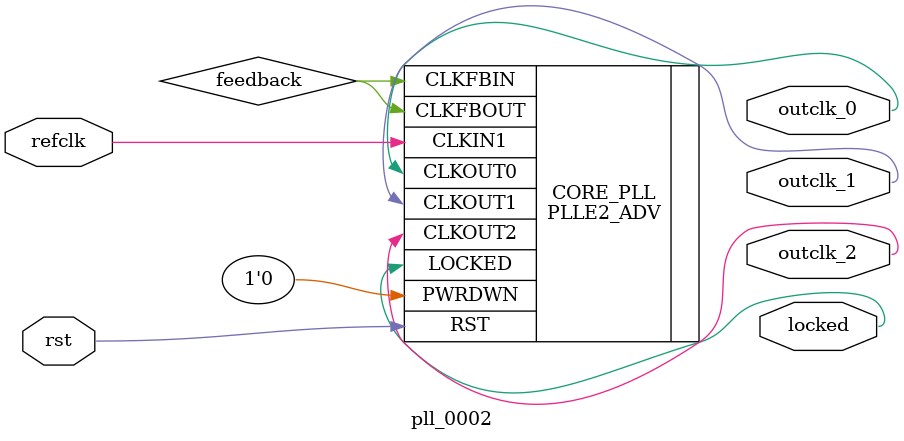
<source format=v>
`timescale 1ns/10ps
module  pll_0002(
	input  wire refclk,
	input  wire rst,
	output wire outclk_0,
	output wire outclk_1,
	output wire outclk_2,
	output wire locked
);

	wire feedback;
	
	PLLE2_ADV #(
		.CLKFBOUT_MULT(6'd24),
		.CLKIN1_PERIOD(20.0),
		.CLKOUT0_DIVIDE(7'd14), // 85.909088 MHz =~ 50MHz * 24 / 14
		.CLKOUT0_PHASE(1'd0),
		.CLKOUT1_DIVIDE(7'd28), // 42.954544 MHz =~ 50MHz * 24 / 28
		.CLKOUT1_PHASE(1'd0),
		.CLKOUT2_DIVIDE(7'd56), // 21.477272MHz  =~ 50MHz * 24 / 56
		.CLKOUT2_PHASE(1'd0),
		.DIVCLK_DIVIDE(1'd1),
		.REF_JITTER1(0.01),
		.STARTUP_WAIT("FALSE")
	) CORE_PLL (
		.CLKFBIN(feedback),
		.CLKIN1(refclk),
		.PWRDWN(1'b0),
		.RST(rst),
		.CLKFBOUT(feedback),
		.CLKOUT0(outclk_0),
		.CLKOUT1(outclk_1),
		.CLKOUT2(outclk_2),
		.LOCKED(locked)
);
	
endmodule


</source>
